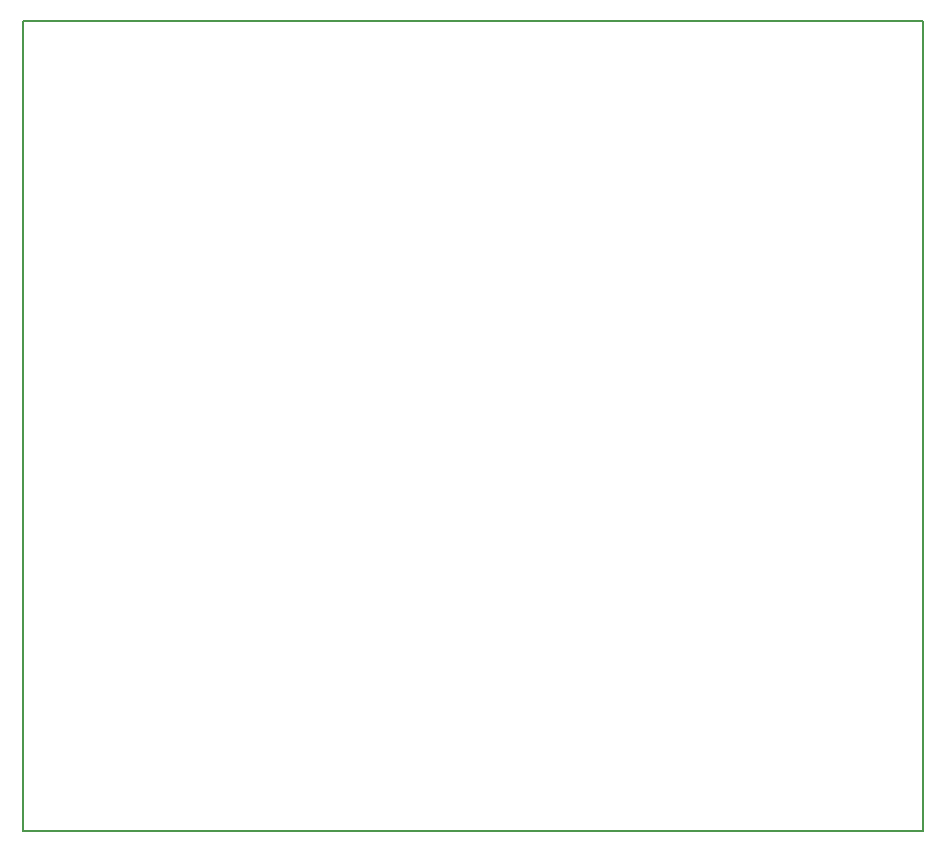
<source format=gm1>
G04 #@! TF.GenerationSoftware,KiCad,Pcbnew,5.0.2+dfsg1-1*
G04 #@! TF.CreationDate,2019-07-26T14:23:41+02:00*
G04 #@! TF.ProjectId,Clock,436c6f63-6b2e-46b6-9963-61645f706362,rev?*
G04 #@! TF.SameCoordinates,Original*
G04 #@! TF.FileFunction,Profile,NP*
%FSLAX46Y46*%
G04 Gerber Fmt 4.6, Leading zero omitted, Abs format (unit mm)*
G04 Created by KiCad (PCBNEW 5.0.2+dfsg1-1) date vr 26 jul 2019 14:23:41 CEST*
%MOMM*%
%LPD*%
G01*
G04 APERTURE LIST*
%ADD10C,0.150000*%
G04 APERTURE END LIST*
D10*
X31750000Y-86360000D02*
X31750000Y-17780000D01*
X107950000Y-86360000D02*
X31750000Y-86360000D01*
X107950000Y-17780000D02*
X107950000Y-86360000D01*
X31750000Y-17780000D02*
X107950000Y-17780000D01*
M02*

</source>
